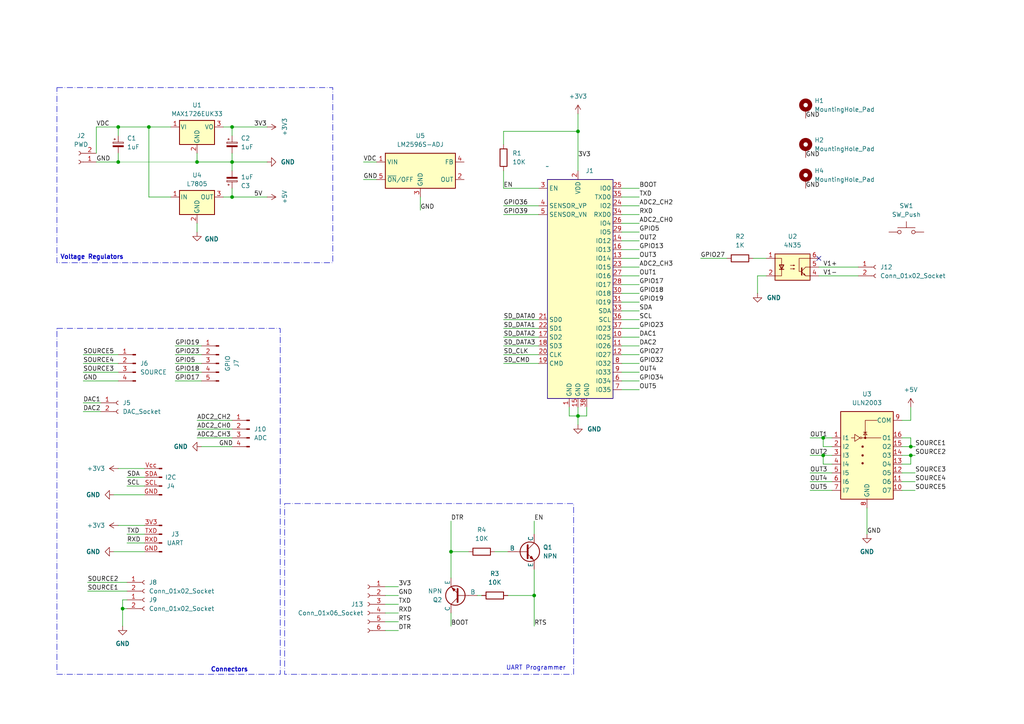
<source format=kicad_sch>
(kicad_sch (version 20231120) (generator "eeschema") (generator_version "8.0")
  (paper "A4")
  (lib_symbols
    (symbol "Alexander_Library_Symbols:Conn_I2C_01x04" (pin_names (offset 1.016) hide)
      (property "Reference" "J" (at 0 5.08 0))
      (property "Value" "I2C" (at 0 -7.62 0))
      (symbol "Conn_I2C_01x04_1_1"
        (polyline (pts (xy 1.27 -5.08) (xy 0.8636 -5.08)) (stroke (width 0.1524)))
        (polyline (pts (xy 1.27 -2.54) (xy 0.8636 -2.54)) (stroke (width 0.1524)))
        (polyline (pts (xy 1.27 0) (xy 0.8636 0)) (stroke (width 0.1524)))
        (polyline (pts (xy 1.27 2.54) (xy 0.8636 2.54)) (stroke (width 0.1524)))
        (rectangle (start 0.8636 -4.953) (end 0 -5.207) (stroke (width 0.1524)) (fill (type outline)))
        (rectangle (start 0.8636 -2.413) (end 0 -2.667) (stroke (width 0.1524)) (fill (type outline)))
        (rectangle (start 0.8636 0.127) (end 0 -0.127) (stroke (width 0.1524)) (fill (type outline)))
        (rectangle (start 0.8636 2.667) (end 0 2.413) (stroke (width 0.1524)) (fill (type outline)))
        (pin power_out line (at 5.08 -5.08 180) (length 3.81) (name "GND") (number "GND"))
        (pin bidirectional line (at 5.08 -2.54 180) (length 3.81) (name "SCL") (number "SCL"))
        (pin bidirectional line (at 5.08 0 180) (length 3.81) (name "SDA") (number "SDA"))
        (pin power_in line (at 5.08 2.54 180) (length 3.81) (name "VCC") (number "Vcc"))
      )
    )
    (symbol "Alexander_Library_Symbols:ESP32-WROOM-32D-SOCKET"
      (property "Reference" "J" (at 0 0 0))
      (symbol "ESP32-WROOM-32D-SOCKET_0_1"
        (rectangle (start 0 -3.81) (end 19.05 -67.31))
      )
      (symbol "ESP32-WROOM-32D-SOCKET_1_1"
        (pin power_out line (at 6.35 -69.85 90) (length 2.54) (name "GND") (number "1"))
        (pin bidirectional line (at 21.59 -49.53 180) (length 2.54) (name "IO25") (number "10"))
        (pin bidirectional line (at 21.59 -52.07 180) (length 2.54) (name "IO26") (number "11"))
        (pin bidirectional line (at 21.59 -54.61 180) (length 2.54) (name "IO27") (number "12"))
        (pin bidirectional line (at 21.59 -26.67 180) (length 2.54) (name "IO14") (number "13"))
        (pin bidirectional line (at 21.59 -21.59 180) (length 2.54) (name "IO12") (number "14"))
        (pin power_out line (at 8.89 -69.85 90) (length 2.54) (name "GND") (number "15"))
        (pin bidirectional line (at 21.59 -24.13 180) (length 2.54) (name "IO13") (number "16"))
        (pin input line (at -2.54 -49.53 0) (length 2.54) (name "SD2") (number "17"))
        (pin input line (at -2.54 -52.07 0) (length 2.54) (name "SD3") (number "18"))
        (pin input line (at -2.54 -57.15 0) (length 2.54) (name "CMD") (number "19"))
        (pin power_in line (at 8.89 -1.27 270) (length 2.54) (name "VDD") (number "2"))
        (pin input line (at -2.54 -54.61 0) (length 2.54) (name "CLK") (number "20"))
        (pin input line (at -2.54 -44.45 0) (length 2.54) (name "SD0") (number "21"))
        (pin input line (at -2.54 -46.99 0) (length 2.54) (name "SD1") (number "22"))
        (pin bidirectional line (at 21.59 -29.21 180) (length 2.54) (name "IO15") (number "23"))
        (pin bidirectional line (at 21.59 -11.43 180) (length 2.54) (name "IO2") (number "24"))
        (pin bidirectional line (at 21.59 -6.35 180) (length 2.54) (name "IO0") (number "25"))
        (pin bidirectional line (at 21.59 -16.51 180) (length 2.54) (name "IO4") (number "26"))
        (pin bidirectional line (at 21.59 -31.75 180) (length 2.54) (name "IO16") (number "27"))
        (pin bidirectional line (at 21.59 -34.29 180) (length 2.54) (name "IO17") (number "28"))
        (pin bidirectional line (at 21.59 -19.05 180) (length 2.54) (name "IO5") (number "29"))
        (pin input line (at -2.54 -6.35 0) (length 2.54) (name "EN") (number "3"))
        (pin bidirectional line (at 21.59 -36.83 180) (length 2.54) (name "IO18") (number "30"))
        (pin bidirectional line (at 21.59 -39.37 180) (length 2.54) (name "IO19") (number "31"))
        (pin bidirectional line (at 21.59 -41.91 180) (length 2.54) (name "SDA") (number "33"))
        (pin input line (at 21.59 -13.97 180) (length 2.54) (name "RXD0") (number "34"))
        (pin output line (at 21.59 -8.89 180) (length 2.54) (name "TXD0") (number "35"))
        (pin bidirectional line (at 21.59 -44.45 180) (length 2.54) (name "SCL") (number "36"))
        (pin bidirectional line (at 21.59 -46.99 180) (length 2.54) (name "IO23") (number "37"))
        (pin power_out line (at 11.43 -69.85 90) (length 2.54) (name "GND") (number "38"))
        (pin input line (at -2.54 -11.43 0) (length 2.54) (name "SENSOR_VP") (number "4"))
        (pin input line (at -2.54 -13.97 0) (length 2.54) (name "SENSOR_VN") (number "5"))
        (pin bidirectional line (at 21.59 -62.23 180) (length 2.54) (name "IO34") (number "6"))
        (pin bidirectional line (at 21.59 -64.77 180) (length 2.54) (name "IO35") (number "7"))
        (pin bidirectional line (at 21.59 -57.15 180) (length 2.54) (name "IO32") (number "8"))
        (pin bidirectional line (at 21.59 -59.69 180) (length 2.54) (name "IO33") (number "9"))
      )
    )
    (symbol "Conn_UART_1" (pin_names (offset 1.016) hide)
      (property "Reference" "J" (at 1.27 3.81 0))
      (property "Value" "UART" (at 2.54 -10.16 0))
      (symbol "Conn_UART_1_1_1"
        (polyline (pts (xy 1.27 -7.62) (xy 0.8636 -7.62)) (stroke (width 0.1524)))
        (polyline (pts (xy 1.27 -5.08) (xy 0.8636 -5.08)) (stroke (width 0.1524)))
        (polyline (pts (xy 1.27 -2.54) (xy 0.8636 -2.54)) (stroke (width 0.1524)))
        (polyline (pts (xy 1.27 0) (xy 0.8636 0)) (stroke (width 0.1524)))
        (rectangle (start 0.8636 -7.493) (end 0 -7.747) (stroke (width 0.1524)) (fill (type outline)))
        (rectangle (start 0.8636 -4.953) (end 0 -5.207) (stroke (width 0.1524)) (fill (type outline)))
        (rectangle (start 0.8636 -2.413) (end 0 -2.667) (stroke (width 0.1524)) (fill (type outline)))
        (rectangle (start 0.8636 0.127) (end 0 -0.127) (stroke (width 0.1524)) (fill (type outline)))
        (pin power_in line (at 5.08 0 180) (length 3.81) (name "3V3") (number "3V3"))
        (pin power_out line (at 5.08 -7.62 180) (length 3.81) (name "GND") (number "GND"))
        (pin input line (at 5.08 -5.08 180) (length 3.81) (name "RXD") (number "RXD"))
        (pin output line (at 5.08 -2.54 180) (length 3.81) (name "TXD") (number "TXD"))
      )
    )
    (symbol "Connector:Conn_01x02_Socket" (pin_names (offset 1.016) hide)
      (property "Reference" "J" (at 0 2.54 0))
      (property "Value" "Conn_01x02_Socket" (at 0 -5.08 0))
      (symbol "Conn_01x02_Socket_1_1"
        (arc (start 0 -2.032) (mid -0.5058 -2.54) (end 0 -3.048) (stroke (width 0.1524)))
        (polyline (pts (xy -1.27 -2.54) (xy -0.508 -2.54)) (stroke (width 0.1524)))
        (polyline (pts (xy -1.27 0) (xy -0.508 0)) (stroke (width 0.1524)))
        (arc (start 0 0.508) (mid -0.5058 0) (end 0 -0.508) (stroke (width 0.1524)))
        (pin passive line (at -5.08 0 0) (length 3.81) (name "Pin_1") (number "1"))
        (pin passive line (at -5.08 -2.54 0) (length 3.81) (name "Pin_2") (number "2"))
      )
    )
    (symbol "Connector:Conn_01x04_Pin" (pin_names (offset 1.016) hide)
      (property "Reference" "J" (at 0 5.08 0))
      (property "Value" "I2C" (at 0 -7.62 0))
      (symbol "Conn_01x04_Pin_1_1"
        (polyline (pts (xy 1.27 -5.08) (xy 0.8636 -5.08)) (stroke (width 0.1524)))
        (polyline (pts (xy 1.27 -2.54) (xy 0.8636 -2.54)) (stroke (width 0.1524)))
        (polyline (pts (xy 1.27 0) (xy 0.8636 0)) (stroke (width 0.1524)))
        (polyline (pts (xy 1.27 2.54) (xy 0.8636 2.54)) (stroke (width 0.1524)))
        (rectangle (start 0.8636 -4.953) (end 0 -5.207) (stroke (width 0.1524)) (fill (type outline)))
        (rectangle (start 0.8636 -2.413) (end 0 -2.667) (stroke (width 0.1524)) (fill (type outline)))
        (rectangle (start 0.8636 0.127) (end 0 -0.127) (stroke (width 0.1524)) (fill (type outline)))
        (rectangle (start 0.8636 2.667) (end 0 2.413) (stroke (width 0.1524)) (fill (type outline)))
        (pin passive line (at 5.08 2.54 180) (length 3.81) (name "Pin_1") (number "1"))
        (pin passive line (at 5.08 0 180) (length 3.81) (name "Pin_2") (number "2"))
        (pin passive line (at 5.08 -2.54 180) (length 3.81) (name "Pin_3") (number "3"))
        (pin passive line (at 5.08 -5.08 180) (length 3.81) (name "Pin_4") (number "4"))
      )
    )
    (symbol "Connector:Conn_01x05_Pin" (pin_names (offset 1.016) hide)
      (property "Reference" "J" (at 0 7.62 0))
      (property "Value" "Conn_01x05_Pin" (at 0 -7.62 0))
      (symbol "Conn_01x05_Pin_1_1"
        (polyline (pts (xy 1.27 -5.08) (xy 0.8636 -5.08)) (stroke (width 0.1524)))
        (polyline (pts (xy 1.27 -2.54) (xy 0.8636 -2.54)) (stroke (width 0.1524)))
        (polyline (pts (xy 1.27 0) (xy 0.8636 0)) (stroke (width 0.1524)))
        (polyline (pts (xy 1.27 2.54) (xy 0.8636 2.54)) (stroke (width 0.1524)))
        (polyline (pts (xy 1.27 5.08) (xy 0.8636 5.08)) (stroke (width 0.1524)))
        (rectangle (start 0.8636 -4.953) (end 0 -5.207) (stroke (width 0.1524)) (fill (type outline)))
        (rectangle (start 0.8636 -2.413) (end 0 -2.667) (stroke (width 0.1524)) (fill (type outline)))
        (rectangle (start 0.8636 0.127) (end 0 -0.127) (stroke (width 0.1524)) (fill (type outline)))
        (rectangle (start 0.8636 2.667) (end 0 2.413) (stroke (width 0.1524)) (fill (type outline)))
        (rectangle (start 0.8636 5.207) (end 0 4.953) (stroke (width 0.1524)) (fill (type outline)))
        (pin passive line (at 5.08 5.08 180) (length 3.81) (name "Pin_1") (number "1"))
        (pin passive line (at 5.08 2.54 180) (length 3.81) (name "Pin_2") (number "2"))
        (pin passive line (at 5.08 0 180) (length 3.81) (name "Pin_3") (number "3"))
        (pin passive line (at 5.08 -2.54 180) (length 3.81) (name "Pin_4") (number "4"))
        (pin passive line (at 5.08 -5.08 180) (length 3.81) (name "Pin_5") (number "5"))
      )
    )
    (symbol "Connector:Conn_01x06_Socket" (pin_names (offset 1.016) hide)
      (property "Reference" "J" (at 0 7.62 0))
      (property "Value" "Conn_01x06_Socket" (at 0 -10.16 0))
      (symbol "Conn_01x06_Socket_1_1"
        (arc (start 0 -7.112) (mid -0.5058 -7.62) (end 0 -8.128) (stroke (width 0.1524)))
        (arc (start 0 -4.572) (mid -0.5058 -5.08) (end 0 -5.588) (stroke (width 0.1524)))
        (arc (start 0 -2.032) (mid -0.5058 -2.54) (end 0 -3.048) (stroke (width 0.1524)))
        (polyline (pts (xy -1.27 -7.62) (xy -0.508 -7.62)) (stroke (width 0.1524)))
        (polyline (pts (xy -1.27 -5.08) (xy -0.508 -5.08)) (stroke (width 0.1524)))
        (polyline (pts (xy -1.27 -2.54) (xy -0.508 -2.54)) (stroke (width 0.1524)))
        (polyline (pts (xy -1.27 0) (xy -0.508 0)) (stroke (width 0.1524)))
        (polyline (pts (xy -1.27 2.54) (xy -0.508 2.54)) (stroke (width 0.1524)))
        (polyline (pts (xy -1.27 5.08) (xy -0.508 5.08)) (stroke (width 0.1524)))
        (arc (start 0 0.508) (mid -0.5058 0) (end 0 -0.508) (stroke (width 0.1524)))
        (arc (start 0 3.048) (mid -0.5058 2.54) (end 0 2.032) (stroke (width 0.1524)))
        (arc (start 0 5.588) (mid -0.5058 5.08) (end 0 4.572) (stroke (width 0.1524)))
        (pin passive line (at -5.08 5.08 0) (length 3.81) (name "Pin_1") (number "1"))
        (pin passive line (at -5.08 2.54 0) (length 3.81) (name "Pin_2") (number "2"))
        (pin passive line (at -5.08 0 0) (length 3.81) (name "Pin_3") (number "3"))
        (pin passive line (at -5.08 -2.54 0) (length 3.81) (name "Pin_4") (number "4"))
        (pin passive line (at -5.08 -5.08 0) (length 3.81) (name "Pin_5") (number "5"))
        (pin passive line (at -5.08 -7.62 0) (length 3.81) (name "Pin_6") (number "6"))
      )
    )
    (symbol "Device:C_Polarized_Small" (pin_numbers hide) (pin_names (offset 0.254) hide)
      (property "Reference" "C" (at 0.254 1.778 0))
      (property "Value" "C_Polarized_Small" (at 0.254 -2.032 0))
      (symbol "C_Polarized_Small_0_1"
        (rectangle (start -1.524 -0.3048) (end 1.524 -0.6858) (fill (type outline)))
        (rectangle (start -1.524 0.6858) (end 1.524 0.3048))
        (polyline (pts (xy -1.27 1.524) (xy -0.762 1.524)))
        (polyline (pts (xy -1.016 1.27) (xy -1.016 1.778)))
      )
      (symbol "C_Polarized_Small_1_1"
        (pin passive line (at 0 2.54 270) (length 1.8542) (name "~") (number "1"))
        (pin passive line (at 0 -2.54 90) (length 1.8542) (name "~") (number "2"))
      )
    )
    (symbol "Device:R" (pin_numbers hide) (pin_names (offset 0))
      (property "Reference" "R" (at 2.032 0 90))
      (property "Value" "R" (at 0 0 90))
      (symbol "R_0_1"
        (rectangle (start -1.016 -2.54) (end 1.016 2.54) (stroke (width 0.254)))
      )
      (symbol "R_1_1"
        (pin passive line (at 0 3.81 270) (length 1.27) (name "~") (number "1"))
        (pin passive line (at 0 -3.81 90) (length 1.27) (name "~") (number "2"))
      )
    )
    (symbol "GND_1" (power) (pin_numbers hide) (pin_names (offset 0) hide)
      (property "Value" "GND" (at 0 -3.81 0))
      (symbol "GND_1_0_1"
        (polyline (pts (xy 0 0) (xy 0 -1.27) (xy 1.27 -1.27) (xy 0 -2.54) (xy -1.27 -1.27) (xy 0 -1.27)))
      )
      (symbol "GND_1_1_1"
        (pin power_in line (at 0 0 270) (length 0) (name "~") (number "1"))
      )
    )
    (symbol "GND_2" (power) (pin_numbers hide) (pin_names (offset 0) hide)
      (property "Value" "GND" (at 0 -3.81 0))
      (symbol "GND_2_0_1"
        (polyline (pts (xy 0 0) (xy 0 -1.27) (xy 1.27 -1.27) (xy 0 -2.54) (xy -1.27 -1.27) (xy 0 -1.27)))
      )
      (symbol "GND_2_1_1"
        (pin power_in line (at 0 0 270) (length 0) (name "~") (number "1"))
      )
    )
    (symbol "Isolator:4N35" (pin_names (offset 1.016))
      (property "Reference" "U" (at -5.08 5.08 0))
      (property "Value" "4N35" (at 0 5.08 0))
      (symbol "4N35_0_1"
        (rectangle (start -5.08 3.81) (end 5.08 -3.81) (stroke (width 0.254)) (fill (type background)))
        (polyline (pts (xy -3.81 -0.635) (xy -2.54 -0.635)) (stroke (width 0.254)))
        (polyline (pts (xy 2.667 -1.397) (xy 3.81 -2.54)))
        (polyline (pts (xy 2.667 -1.143) (xy 3.81 0)))
        (polyline (pts (xy 3.81 -2.54) (xy 5.08 -2.54)))
        (polyline (pts (xy 3.81 0) (xy 5.08 0)))
        (polyline (pts (xy 2.667 -0.254) (xy 2.667 -2.286) (xy 2.667 -2.286)) (stroke (width 0.3556)))
        (polyline (pts (xy -5.08 -2.54) (xy -3.175 -2.54) (xy -3.175 2.54) (xy -5.08 2.54)))
        (polyline (pts (xy -3.175 -0.635) (xy -3.81 0.635) (xy -2.54 0.635) (xy -3.175 -0.635)) (stroke (width 0.254)))
        (polyline (pts (xy 3.683 -2.413) (xy 3.429 -1.905) (xy 3.175 -2.159) (xy 3.683 -2.413)))
        (polyline (pts (xy 5.08 2.54) (xy 1.905 2.54) (xy 1.905 -1.27) (xy 2.54 -1.27)))
        (polyline (pts (xy -0.635 -0.508) (xy 0.635 -0.508) (xy 0.254 -0.635) (xy 0.254 -0.381) (xy 0.635 -0.508)))
        (polyline (pts (xy -0.635 0.508) (xy 0.635 0.508) (xy 0.254 0.381) (xy 0.254 0.635) (xy 0.635 0.508)))
      )
      (symbol "4N35_1_1"
        (pin passive line (at -7.62 2.54 0) (length 2.54) (name "~") (number "1"))
        (pin passive line (at -7.62 -2.54 0) (length 2.54) (name "~") (number "2"))
        (pin no_connect line (at -5.08 0 0) (length 2.54) hide (name "NC") (number "3"))
        (pin passive line (at 7.62 -2.54 180) (length 2.54) (name "~") (number "4"))
        (pin passive line (at 7.62 0 180) (length 2.54) (name "~") (number "5"))
        (pin passive line (at 7.62 2.54 180) (length 2.54) (name "~") (number "6"))
      )
    )
    (symbol "Mechanical:MountingHole_Pad" (pin_numbers hide) (pin_names (offset 1.016) hide)
      (property "Reference" "H" (at 0 6.35 0))
      (property "Value" "MountingHole_Pad" (at 0 4.445 0))
      (symbol "MountingHole_Pad_0_1"
        (circle (center 0 1.27) (radius 1.27) (stroke (width 1.27)))
      )
      (symbol "MountingHole_Pad_1_1"
        (pin input line (at 0 -2.54 90) (length 2.54) (name "1") (number "1"))
      )
    )
    (symbol "Regulator_Linear:L7805" (pin_names (offset 0.254))
      (property "Reference" "U4" (at 0 6.35 0))
      (property "Value" "L7805" (at 0 3.81 0))
      (symbol "L7805_0_1"
        (rectangle (start -5.08 1.905) (end 5.08 -5.08) (stroke (width 0.254)) (fill (type background)))
      )
      (symbol "L7805_1_1"
        (pin power_in line (at -7.62 0 0) (length 2.54) (name "IN") (number "1"))
        (pin power_in line (at 0 -7.62 90) (length 2.54) (name "GND") (number "2"))
        (pin power_out line (at 7.62 0 180) (length 2.54) (name "OUT") (number "3"))
      )
    )
    (symbol "Regulator_Linear:LM78M05_TO220" (pin_names (offset 0.254))
      (property "Reference" "U" (at -3.81 3.175 0))
      (property "Value" "LM78M05_TO220" (at 0 3.175 0))
      (symbol "LM78M05_TO220_0_1"
        (rectangle (start -5.08 1.905) (end 5.08 -5.08) (stroke (width 0.254)) (fill (type background)))
      )
      (symbol "LM78M05_TO220_1_1"
        (pin power_in line (at -7.62 0 0) (length 2.54) (name "VI") (number "1"))
        (pin power_in line (at 0 -7.62 90) (length 2.54) (name "GND") (number "2"))
        (pin power_out line (at 7.62 0 180) (length 2.54) (name "VO") (number "3"))
      )
    )
    (symbol "Regulator_Switching:LM2596S-ADJ"
      (property "Reference" "U" (at -10.16 6.35 0))
      (property "Value" "LM2596S-ADJ" (at 0 6.35 0))
      (symbol "LM2596S-ADJ_0_1"
        (rectangle (start -10.16 5.08) (end 10.16 -5.08) (stroke (width 0.254)) (fill (type background)))
      )
      (symbol "LM2596S-ADJ_1_1"
        (pin power_in line (at -12.7 2.54 0) (length 2.54) (name "VIN") (number "1"))
        (pin output line (at 12.7 -2.54 180) (length 2.54) (name "OUT") (number "2"))
        (pin power_in line (at 0 -7.62 90) (length 2.54) (name "GND") (number "3"))
        (pin input line (at 12.7 2.54 180) (length 2.54) (name "FB") (number "4"))
        (pin input line (at -12.7 -2.54 0) (length 2.54) (name "~{ON}/OFF") (number "5"))
      )
    )
    (symbol "Simulation_SPICE:NPN" (pin_numbers hide) (pin_names (offset 0))
      (property "Reference" "Q" (at -2.54 7.62 0))
      (property "Value" "NPN" (at -2.54 5.08 0))
      (symbol "NPN_0_1"
        (polyline (pts (xy -2.54 0) (xy 0.635 0)) (stroke (width 0.1524)))
        (polyline (pts (xy 0.635 0.635) (xy 2.54 2.54)))
        (polyline (pts (xy 2.794 -1.27) (xy 2.794 -1.27)) (stroke (width 0.1524)))
        (polyline (pts (xy 2.794 -1.27) (xy 2.794 -1.27)) (stroke (width 0.1524)))
        (polyline (pts (xy 0.635 -0.635) (xy 2.54 -2.54) (xy 2.54 -2.54)))
        (polyline (pts (xy 0.635 1.905) (xy 0.635 -1.905) (xy 0.635 -1.905)) (stroke (width 0.508)))
        (polyline (pts (xy 1.27 -1.778) (xy 1.778 -1.27) (xy 2.286 -2.286) (xy 1.27 -1.778) (xy 1.27 -1.778)) (fill (type outline)))
        (circle (center 1.27 0) (radius 2.8194) (stroke (width 0.254)))
      )
      (symbol "NPN_1_1"
        (pin open_collector line (at 2.54 5.08 270) (length 2.54) (name "C") (number "1"))
        (pin input line (at -5.08 0 0) (length 2.54) (name "B") (number "2"))
        (pin open_emitter line (at 2.54 -5.08 90) (length 2.54) (name "E") (number "3"))
      )
    )
    (symbol "Switch:SW_Push" (pin_numbers hide) (pin_names (offset 1.016) hide)
      (property "Reference" "SW" (at 1.27 2.54 0))
      (property "Value" "SW_Push" (at 0 -1.524 0))
      (symbol "SW_Push_0_1"
        (circle (center -2.032 0) (radius 0.508))
        (polyline (pts (xy 0 1.27) (xy 0 3.048)))
        (polyline (pts (xy 2.54 1.27) (xy -2.54 1.27)))
        (circle (center 2.032 0) (radius 0.508))
        (pin passive line (at -5.08 0 0) (length 2.54) (name "1") (number "1"))
        (pin passive line (at 5.08 0 180) (length 2.54) (name "2") (number "2"))
      )
    )
    (symbol "Transistor_Array:ULN2003"
      (property "Reference" "U" (at 0 15.875 0))
      (property "Value" "ULN2003" (at 0 13.97 0))
      (symbol "ULN2003_0_1"
        (rectangle (start -7.62 -12.7) (end 7.62 12.7) (stroke (width 0.254)) (fill (type background)))
        (circle (center -1.778 5.08) (radius 0.254))
        (circle (center -1.27 -2.286) (radius 0.254) (fill (type outline)))
        (circle (center -1.27 0) (radius 0.254) (fill (type outline)))
        (circle (center -1.27 2.54) (radius 0.254) (fill (type outline)))
        (circle (center -0.508 5.08) (radius 0.254) (fill (type outline)))
        (polyline (pts (xy -4.572 5.08) (xy -3.556 5.08)))
        (polyline (pts (xy -1.524 5.08) (xy 4.064 5.08)))
        (polyline (pts (xy 0 6.731) (xy -1.016 6.731)))
        (polyline (pts (xy -0.508 5.08) (xy -0.508 10.16) (xy 2.921 10.16)))
        (polyline (pts (xy -3.556 6.096) (xy -3.556 4.064) (xy -2.032 5.08) (xy -3.556 6.096)))
        (polyline (pts (xy 0 5.969) (xy -1.016 5.969) (xy -0.508 6.731) (xy 0 5.969)))
      )
      (symbol "ULN2003_1_1"
        (pin input line (at -10.16 5.08 0) (length 2.54) (name "I1") (number "1"))
        (pin open_collector line (at 10.16 -10.16 180) (length 2.54) (name "O7") (number "10"))
        (pin open_collector line (at 10.16 -7.62 180) (length 2.54) (name "O6") (number "11"))
        (pin open_collector line (at 10.16 -5.08 180) (length 2.54) (name "O5") (number "12"))
        (pin open_collector line (at 10.16 -2.54 180) (length 2.54) (name "O4") (number "13"))
        (pin open_collector line (at 10.16 0 180) (length 2.54) (name "O3") (number "14"))
        (pin open_collector line (at 10.16 2.54 180) (length 2.54) (name "O2") (number "15"))
        (pin open_collector line (at 10.16 5.08 180) (length 2.54) (name "O1") (number "16"))
        (pin input line (at -10.16 2.54 0) (length 2.54) (name "I2") (number "2"))
        (pin input line (at -10.16 0 0) (length 2.54) (name "I3") (number "3"))
        (pin input line (at -10.16 -2.54 0) (length 2.54) (name "I4") (number "4"))
        (pin input line (at -10.16 -5.08 0) (length 2.54) (name "I5") (number "5"))
        (pin input line (at -10.16 -7.62 0) (length 2.54) (name "I6") (number "6"))
        (pin input line (at -10.16 -10.16 0) (length 2.54) (name "I7") (number "7"))
        (pin power_in line (at 0 -15.24 90) (length 2.54) (name "GND") (number "8"))
        (pin passive line (at 10.16 10.16 180) (length 2.54) (name "COM") (number "9"))
      )
    )
    (symbol "power:+3V3" (power) (pin_names (offset 0))
      (property "Value" "+3V3" (at 0 3.556 0))
      (symbol "+3V3_0_1"
        (polyline (pts (xy -0.762 1.27) (xy 0 2.54)))
        (polyline (pts (xy 0 0) (xy 0 2.54)))
        (polyline (pts (xy 0 2.54) (xy 0.762 1.27)))
      )
      (symbol "+3V3_1_1"
        (pin power_in line (at 0 0 90) (length 0) hide (name "+3V3") (number "1"))
      )
    )
    (symbol "power:+5V" (power) (pin_names (offset 0))
      (property "Value" "+5V" (at 0 3.556 0))
      (symbol "+5V_0_1"
        (polyline (pts (xy -0.762 1.27) (xy 0 2.54)))
        (polyline (pts (xy 0 0) (xy 0 2.54)))
        (polyline (pts (xy 0 2.54) (xy 0.762 1.27)))
      )
      (symbol "+5V_1_1"
        (pin power_in line (at 0 0 90) (length 0) hide (name "+5V") (number "1"))
      )
    )
    (symbol "power:GND" (power) (pin_names (offset 0))
      (property "Value" "GND" (at 0 -3.81 0))
      (symbol "GND_0_1"
        (polyline (pts (xy 0 0) (xy 0 -1.27) (xy 1.27 -1.27) (xy 0 -2.54) (xy -1.27 -1.27) (xy 0 -1.27)))
      )
      (symbol "GND_1_1"
        (pin power_in line (at 0 0 270) (length 0) hide (name "GND") (number "1"))
      )
    )
  )
  (junction (at 57.15 46.99))
  (junction (at 67.31 46.99))
  (junction (at 34.29 46.99))
  (junction (at 167.64 38.1))
  (junction (at 264.16 129.54))
  (junction (at 67.31 57.15))
  (junction (at 238.76 132.08))
  (junction (at 130.81 160.02))
  (junction (at 167.64 120.65))
  (junction (at 43.18 36.83))
  (junction (at 154.94 172.72))
  (junction (at 264.16 132.08))
  (junction (at 67.31 36.83))
  (junction (at 34.29 36.83))
  (junction (at 238.76 127))
  (junction (at 35.56 176.53))
  (no_connect (at 237.49 74.93))
  (wire (pts (xy 57.15 64.77) (xy 57.15 67.31)))
  (wire (pts (xy 146.05 102.87) (xy 156.21 102.87)))
  (wire (pts (xy 35.56 173.99) (xy 35.56 176.53)))
  (wire (pts (xy 36.83 140.97) (xy 41.91 140.97)))
  (wire (pts (xy 111.76 180.34) (xy 115.57 180.34)))
  (wire (pts (xy 25.4 168.91) (xy 36.83 168.91)))
  (wire (pts (xy 130.81 160.02) (xy 135.89 160.02)))
  (wire (pts (xy 146.05 100.33) (xy 156.21 100.33)))
  (wire (pts (xy 49.53 57.15) (xy 43.18 57.15)))
  (wire (pts (xy 36.83 154.94) (xy 41.91 154.94)))
  (wire (pts (xy 180.34 90.17) (xy 185.42 90.17)))
  (wire (pts (xy 154.94 151.13) (xy 154.94 154.94)))
  (wire (pts (xy 167.64 33.02) (xy 167.64 38.1)))
  (wire (pts (xy 34.29 135.89) (xy 41.91 135.89)))
  (wire (pts (xy 180.34 97.79) (xy 185.42 97.79)))
  (wire (pts (xy 143.51 160.02) (xy 147.32 160.02)))
  (wire (pts (xy 57.15 44.45) (xy 57.15 46.99)))
  (wire (pts (xy 67.31 124.46) (xy 57.15 124.46)))
  (wire (pts (xy 34.29 107.95) (xy 24.13 107.95)))
  (wire (pts (xy 234.95 137.16) (xy 241.3 137.16)))
  (wire (pts (xy 170.18 120.65) (xy 167.64 120.65)))
  (wire (pts (xy 58.42 102.87) (xy 50.8 102.87)))
  (wire (pts (xy 67.31 44.45) (xy 67.31 46.99)))
  (wire (pts (xy 241.3 134.62) (xy 238.76 134.62)))
  (wire (pts (xy 34.29 102.87) (xy 24.13 102.87)))
  (wire (pts (xy 58.42 129.54) (xy 67.31 129.54)))
  (wire (pts (xy 264.16 121.92) (xy 261.62 121.92)))
  (wire (pts (xy 58.42 105.41) (xy 50.8 105.41)))
  (wire (pts (xy 121.92 57.15) (xy 121.92 60.96)))
  (wire (pts (xy 180.34 67.31) (xy 185.42 67.31)))
  (wire (pts (xy 180.34 80.01) (xy 185.42 80.01)))
  (wire (pts (xy 180.34 113.03) (xy 185.42 113.03)))
  (wire (pts (xy 234.95 139.7) (xy 241.3 139.7)))
  (wire (pts (xy 156.21 54.61) (xy 146.05 54.61)))
  (wire (pts (xy 111.76 182.88) (xy 115.57 182.88)))
  (wire (pts (xy 165.1 118.11) (xy 165.1 120.65)))
  (wire (pts (xy 43.18 36.83) (xy 49.53 36.83)))
  (wire (pts (xy 24.13 116.84) (xy 29.21 116.84)))
  (wire (pts (xy 146.05 62.23) (xy 156.21 62.23)))
  (wire (pts (xy 146.05 38.1) (xy 146.05 41.91)))
  (wire (pts (xy 105.41 52.07) (xy 109.22 52.07)))
  (wire (pts (xy 35.56 176.53) (xy 36.83 176.53)))
  (wire (pts (xy 165.1 120.65) (xy 167.64 120.65)))
  (wire (pts (xy 34.29 152.4) (xy 41.91 152.4)))
  (wire (pts (xy 34.29 36.83) (xy 34.29 39.37)))
  (wire (pts (xy 261.62 139.7) (xy 265.43 139.7)))
  (wire (pts (xy 34.29 44.45) (xy 34.29 46.99)))
  (wire (pts (xy 167.64 120.65) (xy 167.64 123.19)))
  (wire (pts (xy 146.05 95.25) (xy 156.21 95.25)))
  (wire (pts (xy 264.16 118.11) (xy 264.16 121.92)))
  (wire (pts (xy 25.4 171.45) (xy 36.83 171.45)))
  (wire (pts (xy 261.62 132.08) (xy 264.16 132.08)))
  (wire (pts (xy 146.05 92.71) (xy 156.21 92.71)))
  (wire (pts (xy 237.49 80.01) (xy 248.92 80.01)))
  (wire (pts (xy 24.13 110.49) (xy 34.29 110.49)))
  (wire (pts (xy 180.34 82.55) (xy 185.42 82.55)))
  (wire (pts (xy 43.18 36.83) (xy 43.18 57.15)))
  (wire (pts (xy 218.44 74.93) (xy 222.25 74.93)))
  (wire (pts (xy 36.83 173.99) (xy 35.56 173.99)))
  (wire (pts (xy 67.31 57.15) (xy 77.47 57.15)))
  (wire (pts (xy 67.31 46.99) (xy 77.47 46.99)))
  (wire (pts (xy 180.34 72.39) (xy 185.42 72.39)))
  (wire (pts (xy 180.34 57.15) (xy 185.42 57.15)))
  (wire (pts (xy 154.94 165.1) (xy 154.94 172.72)))
  (wire (pts (xy 264.16 129.54) (xy 264.16 127)))
  (wire (pts (xy 64.77 57.15) (xy 67.31 57.15)))
  (wire (pts (xy 241.3 132.08) (xy 238.76 132.08)))
  (wire (pts (xy 41.91 143.51) (xy 33.02 143.51)))
  (wire (pts (xy 261.62 129.54) (xy 264.16 129.54)))
  (wire (pts (xy 180.34 105.41) (xy 185.42 105.41)))
  (wire (pts (xy 36.83 157.48) (xy 41.91 157.48)))
  (wire (pts (xy 180.34 87.63) (xy 185.42 87.63)))
  (wire (pts (xy 234.95 142.24) (xy 241.3 142.24)))
  (wire (pts (xy 146.05 38.1) (xy 167.64 38.1)))
  (wire (pts (xy 67.31 46.99) (xy 67.31 49.53)))
  (wire (pts (xy 64.77 36.83) (xy 67.31 36.83)))
  (wire (pts (xy 58.42 107.95) (xy 50.8 107.95)))
  (wire (pts (xy 251.46 147.32) (xy 251.46 154.94)))
  (wire (pts (xy 105.41 46.99) (xy 109.22 46.99)))
  (wire (pts (xy 264.16 132.08) (xy 265.43 132.08)))
  (wire (pts (xy 111.76 175.26) (xy 115.57 175.26)))
  (wire (pts (xy 180.34 102.87) (xy 185.42 102.87)))
  (wire (pts (xy 57.15 46.99) (xy 67.31 46.99)))
  (wire (pts (xy 154.94 172.72) (xy 154.94 181.61)))
  (wire (pts (xy 180.34 95.25) (xy 185.42 95.25)))
  (wire (pts (xy 180.34 62.23) (xy 185.42 62.23)))
  (wire (pts (xy 111.76 177.8) (xy 115.57 177.8)))
  (wire (pts (xy 237.49 77.47) (xy 248.92 77.47)))
  (wire (pts (xy 261.62 127) (xy 264.16 127)))
  (wire (pts (xy 146.05 105.41) (xy 156.21 105.41)))
  (wire (pts (xy 67.31 39.37) (xy 67.31 36.83)))
  (wire (pts (xy 27.94 36.83) (xy 34.29 36.83)))
  (wire (pts (xy 180.34 69.85) (xy 185.42 69.85)))
  (wire (pts (xy 264.16 129.54) (xy 265.43 129.54)))
  (wire (pts (xy 154.94 172.72) (xy 147.32 172.72)))
  (wire (pts (xy 180.34 77.47) (xy 185.42 77.47)))
  (wire (pts (xy 130.81 151.13) (xy 130.81 160.02)))
  (wire (pts (xy 180.34 64.77) (xy 185.42 64.77)))
  (wire (pts (xy 146.05 59.69) (xy 156.21 59.69)))
  (wire (pts (xy 41.91 160.02) (xy 33.02 160.02)))
  (wire (pts (xy 203.2 74.93) (xy 210.82 74.93)))
  (wire (pts (xy 261.62 134.62) (xy 264.16 134.62)))
  (wire (pts (xy 67.31 54.61) (xy 67.31 57.15)))
  (wire (pts (xy 264.16 134.62) (xy 264.16 132.08)))
  (wire (pts (xy 167.64 38.1) (xy 167.64 49.53)))
  (wire (pts (xy 180.34 100.33) (xy 185.42 100.33)))
  (wire (pts (xy 138.43 172.72) (xy 139.7 172.72)))
  (wire (pts (xy 238.76 134.62) (xy 238.76 132.08)))
  (wire (pts (xy 219.71 85.09) (xy 219.71 80.01)))
  (wire (pts (xy 180.34 59.69) (xy 185.42 59.69)))
  (wire (pts (xy 180.34 85.09) (xy 185.42 85.09)))
  (wire (pts (xy 24.13 119.38) (xy 29.21 119.38)))
  (wire (pts (xy 35.56 176.53) (xy 35.56 181.61)))
  (wire (pts (xy 238.76 129.54) (xy 238.76 127)))
  (wire (pts (xy 130.81 177.8) (xy 130.81 181.61)))
  (wire (pts (xy 234.95 132.08) (xy 238.76 132.08)))
  (wire (pts (xy 180.34 110.49) (xy 185.42 110.49)))
  (wire (pts (xy 111.76 172.72) (xy 115.57 172.72)))
  (wire (pts (xy 241.3 127) (xy 238.76 127)))
  (wire (pts (xy 170.18 118.11) (xy 170.18 120.65)))
  (wire (pts (xy 261.62 137.16) (xy 265.43 137.16)))
  (wire (pts (xy 67.31 121.92) (xy 57.15 121.92)))
  (wire (pts (xy 234.95 127) (xy 238.76 127)))
  (wire (pts (xy 58.42 110.49) (xy 50.8 110.49)))
  (wire (pts (xy 36.83 138.43) (xy 41.91 138.43)))
  (wire (pts (xy 34.29 36.83) (xy 43.18 36.83)))
  (wire (pts (xy 111.76 170.18) (xy 115.57 170.18)))
  (wire (pts (xy 180.34 54.61) (xy 185.42 54.61)))
  (wire (pts (xy 146.05 97.79) (xy 156.21 97.79)))
  (wire (pts (xy 130.81 160.02) (xy 130.81 167.64)))
  (wire (pts (xy 146.05 49.53) (xy 146.05 54.61)))
  (wire (pts (xy 180.34 92.71) (xy 185.42 92.71)))
  (wire (pts (xy 58.42 100.33) (xy 50.8 100.33)))
  (wire (pts (xy 261.62 142.24) (xy 265.43 142.24)))
  (wire (pts (xy 67.31 36.83) (xy 77.47 36.83)))
  (wire (pts (xy 27.94 46.99) (xy 34.29 46.99)))
  (wire (pts (xy 34.29 105.41) (xy 24.13 105.41)))
  (wire (pts (xy 219.71 80.01) (xy 222.25 80.01)))
  (wire (pts (xy 241.3 129.54) (xy 238.76 129.54)))
  (wire (pts (xy 180.34 74.93) (xy 185.42 74.93)))
  (wire (pts (xy 167.64 118.11) (xy 167.64 120.65)))
  (wire (pts (xy 180.34 107.95) (xy 185.42 107.95)))
  (wire (pts (xy 67.31 127) (xy 57.15 127)))
  (wire (pts (xy 34.29 46.99) (xy 57.15 46.99)) (stroke (width 0.0254)))
  (wire (pts (xy 27.94 36.83) (xy 27.94 44.45)))
  (rectangle (start 82.55 146.05) (end 166.37 195.58) (stroke (width 0) (type dash_dot)))
  (rectangle (start 16.51 95.25) (end 81.28 195.58) (stroke (width 0) (type dash_dot)))
  (rectangle (start 158.75 52.07) (end 177.8 115.57) (fill (type color) (color 255 255 194 1)))
  (rectangle (start 16.51 25.4) (end 96.52 76.2) (stroke (width 0) (type dash_dot)))
  (text "Voltage Regulators" (at 26.67 73.914 0) (effects (font (size 1.27 1.27) (thickness 0.254) (bold yes)) (justify top)))
  (text "UART Programmer" (at 155.448 193.802 0) (effects (font (size 1.27 1.27))))
  (text "Connectors\n" (at 66.548 194.31 0) (effects (font (size 1.27 1.27) (thickness 0.254) (bold yes))))
  (label "SOURCE5" (at 265.43 142.24 0))
  (label "GND" (at 233.68 34.29 0))
  (label "GND" (at 24.13 110.49 0))
  (label "SOURCE5" (at 24.13 102.87 0))
  (label "OUT5" (at 234.95 142.24 0))
  (label "SOURCE4" (at 24.13 105.41 0))
  (label "SD_DATA1" (at 146.05 95.25 0))
  (label "SOURCE1" (at 25.4 171.45 0))
  (label "TXD" (at 115.57 175.26 0))
  (label "GPIO27" (at 185.42 102.87 0))
  (label "GPIO5" (at 185.42 67.31 0))
  (label "SOURCE3" (at 24.13 107.95 0))
  (label "RTS" (at 154.94 181.61 0))
  (label "ADC2_CH2" (at 185.42 59.69 0))
  (label "OUT1" (at 185.42 80.01 0))
  (label "GND" (at 105.41 52.07 0))
  (label "OUT2" (at 185.42 69.85 0))
  (label "3V3" (at 115.57 170.18 0))
  (label "SD_DATA0" (at 146.05 92.71 0))
  (label "EN" (at 154.94 151.13 0))
  (label "GPIO23" (at 185.42 95.25 0))
  (label "VDC" (at 27.94 36.83 0))
  (label "GPIO13" (at 185.42 72.39 0))
  (label "SD_CLK" (at 146.05 102.87 0))
  (label "DAC2" (at 24.13 119.38 0))
  (label "TXD" (at 185.42 57.15 0))
  (label "OUT2" (at 234.95 132.08 0))
  (label "ADC2_CH2" (at 57.15 121.92 0))
  (label "SDA" (at 185.42 90.17 0))
  (label "GND" (at 121.92 60.96 0))
  (label "SD_CMD" (at 146.05 105.41 0))
  (label "ADC2_CH0" (at 57.15 124.46 0))
  (label "SD_DATA3" (at 146.05 100.33 0))
  (label "GPIO17" (at 185.42 82.55 0))
  (label "GPIO23" (at 50.8 102.87 0))
  (label "GPIO5" (at 50.8 105.41 0))
  (label "DTR" (at 130.81 151.13 0))
  (label "SD_DATA2" (at 146.05 97.79 0))
  (label "GPIO34" (at 185.42 110.49 0))
  (label "OUT3" (at 185.42 74.93 0))
  (label "GND" (at 63.5 129.54 0))
  (label "RTS" (at 115.57 180.34 0))
  (label "SCL" (at 185.42 92.71 0))
  (label "GPIO18" (at 185.42 85.09 0))
  (label "V1-" (at 238.76 80.01 0))
  (label "BOOT" (at 130.81 181.61 0))
  (label "RXD" (at 36.83 157.48 0))
  (label "VDC" (at 105.41 46.99 0))
  (label "GPIO27" (at 203.2 74.93 0))
  (label "SCL" (at 36.83 140.97 0))
  (label "GND" (at 115.57 172.72 0))
  (label "OUT4" (at 185.42 107.95 0))
  (label "3V3" (at 167.64 45.72 0))
  (label "ADC2_CH3" (at 185.42 77.47 0))
  (label "OUT5" (at 185.42 113.03 0))
  (label "GPIO39" (at 146.05 62.23 0))
  (label "SOURCE1" (at 265.43 129.54 0))
  (label "OUT3" (at 234.95 137.16 0))
  (label "GND" (at 233.68 45.72 0))
  (label "GPIO17" (at 50.8 110.49 0))
  (label "GPIO18" (at 50.8 107.95 0))
  (label "SOURCE2" (at 265.43 132.08 0))
  (label "BOOT" (at 185.42 54.61 0))
  (label "RXD" (at 115.57 177.8 0))
  (label "SOURCE3" (at 265.43 137.16 0))
  (label "OUT4" (at 234.95 139.7 0))
  (label "DTR" (at 115.57 182.88 0))
  (label "ADC2_CH0" (at 185.42 64.77 0))
  (label "5V" (at 73.66 57.15 0))
  (label "ADC2_CH3" (at 57.15 127 0))
  (label "GND" (at 233.68 54.61 0))
  (label "GPIO32" (at 185.42 105.41 0))
  (label "DAC2" (at 185.42 100.33 0))
  (label "DAC1" (at 185.42 97.79 0))
  (label "3V3" (at 73.66 36.83 0))
  (label "SDA" (at 36.83 138.43 0))
  (label "GPIO19" (at 50.8 100.33 0))
  (label "OUT1" (at 234.95 127 0))
  (label "GPIO36" (at 146.05 59.69 0))
  (label "GPIO19" (at 185.42 87.63 0))
  (label "GND" (at 27.94 46.99 0))
  (label "V1+" (at 238.76 77.47 0))
  (label "DAC1" (at 24.13 116.84 0))
  (label "EN" (at 146.05 54.61 0))
  (label "GND" (at 251.46 154.94 0))
  (label "SOURCE4" (at 265.43 139.7 0))
  (label "TXD" (at 36.83 154.94 0))
  (label "SOURCE2" (at 25.4 168.91 0))
  (label "RXD" (at 185.42 62.23 0))
  (symbol (lib_id "Connector:Conn_01x02_Socket") (at 34.29 116.84 0) (unit 1)
    (property "Reference" "J5" (at 35.56 116.84 0) (effects (justify left)))
    (property "Value" "DAC_Socket" (at 35.56 119.38 0) (effects (justify left)))
    (property "Footprint" "Connector_PinSocket_2.54mm:PinSocket_1x02_P2.54mm_Vertical" (effects (hide yes)))
  )
  (symbol (lib_id "power:GND") (at 77.47 46.99 90) (unit 1)
    (property "Reference" "#PWR03" (effects (hide yes)))
    (property "Value" "GND" (at 81.28 46.99 90) (effects (font (bold yes)) (justify right)))
  )
  (symbol (lib_id "Device:R") (at 143.51 172.72 270) (unit 1) (on_board no)
    (property "Reference" "R3" (at 143.51 166.37 90))
    (property "Value" "10K" (at 143.51 168.91 90))
    (property "Footprint" "Resistor_SMD:R_1210_3225Metric_Pad1.30x2.65mm_HandSolder" (effects (hide yes)))
    (property "Description" "Resistor" (effects (hide yes)))
  )
  (symbol (lib_id "Connector:Conn_01x04_Pin") (at 72.39 124.46 0) (mirror y) (unit 1)
    (property "Reference" "J10" (at 73.66 124.4599 0) (effects (justify right)))
    (property "Value" "ADC" (at 73.66 126.9999 0) (effects (justify right)))
    (property "Footprint" "Connector_PinSocket_2.54mm:PinSocket_1x04_P2.54mm_Vertical" (effects (hide yes)))
  )
  (symbol (lib_id "power:+3V3") (at 34.29 152.4 90) (unit 1)
    (property "Reference" "#PWR06" (effects (hide yes)))
    (property "Value" "+3V3" (at 30.48 152.3999 90) (effects (justify left)))
  )
  (symbol (lib_id "power:+3V3") (at 34.29 135.89 90) (unit 1)
    (property "Reference" "#PWR08" (effects (hide yes)))
    (property "Value" "+3V3" (at 30.48 135.89 90) (effects (justify left)))
  )
  (symbol (lib_id "power:GND") (at 58.42 129.54 270) (unit 1)
    (property "Reference" "#PWR015" (effects (hide yes)))
    (property "Value" "GND" (at 54.61 129.54 90) (effects (font (bold yes)) (justify right)))
  )
  (symbol (lib_id "power:+5V") (at 264.16 118.11 0) (unit 1)
    (property "Reference" "#PWR012" (effects (hide yes)))
    (property "Value" "+5V" (at 264.16 113.03 0))
  )
  (symbol (lib_id "Transistor_Array:ULN2003") (at 251.46 132.08 0) (unit 1)
    (property "Reference" "U3" (at 251.46 114.3 0))
    (property "Value" "ULN2003" (at 251.46 116.84 0))
    (property "Footprint" "Package_DIP:DIP-16_W7.62mm" (effects (hide yes)))
    (property "Datasheet" "http://www.ti.com/lit/ds/symlink/uln2003a.pdf" (effects (hide yes)))
  )
  (symbol (lib_id "Device:R") (at 139.7 160.02 270) (unit 1) (on_board no)
    (property "Reference" "R4" (at 139.7 153.67 90))
    (property "Value" "10K" (at 139.7 156.21 90))
    (property "Footprint" "Resistor_SMD:R_1210_3225Metric_Pad1.30x2.65mm_HandSolder" (effects (hide yes)))
    (property "Description" "Resistor" (effects (hide yes)))
  )
  (symbol (lib_name "Conn_UART_1") (lib_id "Alexander_Library_Symbols:Conn_UART") (at 46.99 152.4 0) (mirror y) (unit 1)
    (property "Reference" "J3" (at 50.8 154.94 0))
    (property "Value" "UART" (at 50.8 157.48 0))
    (property "Footprint" "Alexander Footprints Library:Conn_UART" (effects (hide yes)))
  )
  (symbol (lib_id "Device:C_Polarized_Small") (at 67.31 52.07 0) (mirror x) (unit 1)
    (property "Reference" "C3" (at 69.85 53.8861 0) (effects (justify left)))
    (property "Value" "1uF" (at 69.85 51.3461 0) (effects (justify left)))
    (property "Footprint" "Capacitor_THT:CP_Radial_D4.0mm_P2.00mm" (effects (hide yes)))
  )
  (symbol (lib_id "Device:C_Polarized_Small") (at 34.29 41.91 0) (unit 1)
    (property "Reference" "C1" (at 36.83 40.0939 0) (effects (justify left)))
    (property "Value" "1uF" (at 36.83 42.6339 0) (effects (justify left)))
    (property "Footprint" "Capacitor_THT:CP_Radial_D4.0mm_P2.00mm" (effects (hide yes)))
  )
  (symbol (lib_id "Device:R") (at 214.63 74.93 90) (unit 1)
    (property "Reference" "R2" (at 214.63 68.58 90))
    (property "Value" "1K" (at 214.63 71.12 90))
    (property "Footprint" "Resistor_SMD:R_1210_3225Metric_Pad1.30x2.65mm_HandSolder" (effects (hide yes)))
  )
  (symbol (lib_id "power:GND") (at 33.02 143.51 270) (unit 1)
    (property "Reference" "#PWR09" (effects (hide yes)))
    (property "Value" "GND" (at 29.21 143.51 90) (effects (font (bold yes)) (justify right)))
  )
  (symbol (lib_id "power:GND") (at 33.02 160.02 270) (unit 1)
    (property "Reference" "#PWR07" (effects (hide yes)))
    (property "Value" "GND" (at 29.21 160.02 90) (effects (font (bold yes)) (justify right)))
  )
  (symbol (lib_id "Connector:Conn_01x05_Pin") (at 63.5 105.41 0) (mirror y) (unit 1)
    (property "Reference" "J7" (at 68.58 105.41 90))
    (property "Value" "GPIO" (at 66.04 105.41 90))
    (property "Footprint" "Connector_PinSocket_2.54mm:PinSocket_1x05_P2.54mm_Vertical" (effects (hide yes)))
  )
  (symbol (lib_id "Connector:Conn_01x02_Socket") (at 254 77.47 0) (unit 1)
    (property "Reference" "J12" (at 255.27 77.4699 0) (effects (justify left)))
    (property "Value" "Conn_01x02_Socket" (at 255.27 80.0099 0) (effects (justify left)))
    (property "Footprint" "Connector_PinSocket_2.54mm:PinSocket_1x02_P2.54mm_Vertical" (effects (hide yes)))
    (property "Description" "Generic connector, single row, 01x02, script generated" (effects (hide yes)))
  )
  (symbol (lib_id "Mechanical:MountingHole_Pad") (at 233.68 43.18 0) (unit 1)
    (property "Reference" "H2" (at 236.22 40.64 0) (effects (justify left)))
    (property "Value" "MountingHole_Pad" (at 236.22 43.18 0) (effects (justify left)))
    (property "Footprint" "MountingHole:MountingHole_3mm" (effects (hide yes)))
  )
  (symbol (lib_id "power:GND") (at 251.46 154.94 0) (unit 1)
    (property "Reference" "#PWR010" (effects (hide yes)))
    (property "Value" "GND" (at 251.46 160.02 0) (effects (font (bold yes))))
  )
  (symbol (lib_id "Connector:Conn_01x02_Socket") (at 41.91 173.99 0) (unit 1)
    (property "Reference" "J9" (at 43.18 173.99 0) (effects (justify left)))
    (property "Value" "Conn_01x02_Socket" (at 43.18 176.53 0) (effects (justify left)))
    (property "Footprint" "Alexander Footprints Library:Conn_Terminal_5mm" (effects (hide yes)))
  )
  (symbol (lib_id "Connector:Conn_01x04_Pin") (at 39.37 105.41 0) (mirror y) (unit 1)
    (property "Reference" "J6" (at 40.64 105.4099 0) (effects (justify right)))
    (property "Value" "SOURCE" (at 40.64 107.9499 0) (effects (justify right)))
    (property "Footprint" "Connector_PinSocket_2.54mm:PinSocket_1x04_P2.54mm_Vertical" (effects (hide yes)))
  )
  (symbol (lib_name "GND_1") (lib_id "power:GND") (at 35.56 181.61 0) (unit 1)
    (property "Reference" "#PWR014" (effects (hide yes)))
    (property "Value" "GND" (at 35.56 186.69 0) (effects (font (bold yes))))
    (property "Description" "Power symbol creates a global label with name \"GND\" , ground" (effects (hide yes)))
  )
  (symbol (lib_id "Connector:Conn_01x02_Socket") (at 41.91 168.91 0) (unit 1)
    (property "Reference" "J8" (at 43.18 168.91 0) (effects (justify left)))
    (property "Value" "Conn_01x02_Socket" (at 43.18 171.45 0) (effects (justify left)))
    (property "Footprint" "Alexander Footprints Library:Conn_Terminal_5mm" (effects (hide yes)))
  )
  (symbol (lib_id "Connector:Conn_01x02_Socket") (at 22.86 46.99 180) (unit 1)
    (property "Reference" "J2" (at 23.495 39.37 0))
    (property "Value" "PWD" (at 23.495 41.91 0))
    (property "Footprint" "Connector_PinSocket_2.54mm:PinSocket_1x02_P2.54mm_Vertical" (effects (hide yes)))
  )
  (symbol (lib_id "Regulator_Linear:L7805") (at 57.15 57.15 0) (unit 1)
    (property "Reference" "U4" (at 57.15 50.8 0))
    (property "Value" "L7805" (at 57.15 53.34 0))
    (property "Footprint" "Alexander Footprints Library:LD1117" (effects (hide yes)))
    (property "Datasheet" "datasheets/Voltage-Regulator_L7805.pdf" (effects (hide yes)))
    (property "Description" "Voltage Regulator 1.5A Positive" (effects (hide yes)))
  )
  (symbol (lib_id "Simulation_SPICE:NPN") (at 152.4 160.02 0) (unit 1) (on_board no)
    (property "Reference" "Q1" (at 157.48 158.7499 0) (effects (justify left)))
    (property "Value" "NPN" (at 157.48 161.2899 0) (effects (justify left)))
    (property "Footprint" "Package_TO_SOT_THT:TO-92_Inline_W4.0mm_Horizontal_FlatSideDown" (effects (hide yes)))
    (property "Datasheet" "https://ngspice.sourceforge.io/docs/ngspice-html-manual/manual.xhtml#cha_BJTs" (effects (hide yes)))
    (property "Description" "Bipolar transistor symbol for simulation only, substrate tied to the emitter" (effects (hide yes)))
    (property "Sim.Device" "NPN" (effects (hide yes)))
    (property "Sim.Type" "GUMMELPOON" (effects (hide yes)))
    (property "Sim.Pins" "1=C 2=B 3=E" (effects (hide yes)))
  )
  (symbol (lib_id "power:GND") (at 57.15 67.31 0) (unit 1)
    (property "Reference" "#PWR013" (effects (hide yes)))
    (property "Value" "GND" (at 59.182 69.342 0) (effects (font (bold yes)) (justify left)))
  )
  (symbol (lib_id "Device:C_Polarized_Small") (at 67.31 41.91 0) (unit 1)
    (property "Reference" "C2" (at 69.85 40.0939 0) (effects (justify left)))
    (property "Value" "1uF" (at 69.85 42.6339 0) (effects (justify left)))
    (property "Footprint" "Capacitor_THT:CP_Radial_D4.0mm_P2.00mm" (effects (hide yes)))
  )
  (symbol (lib_id "Switch:SW_Push") (at 262.89 67.31 0) (unit 1)
    (property "Reference" "SW1" (at 262.89 59.69 0))
    (property "Value" "SW_Push" (at 262.89 62.23 0))
    (property "Description" "Push button switch, generic, two pins" (effects (hide yes)))
  )
  (symbol (lib_id "power:+3V3") (at 167.64 33.02 0) (unit 1)
    (property "Reference" "#PWR02" (effects (hide yes)))
    (property "Value" "+3V3" (at 167.64 27.94 0))
  )
  (symbol (lib_id "Simulation_SPICE:NPN") (at 133.35 172.72 180) (unit 1) (on_board no)
    (property "Reference" "Q2" (at 128.27 173.9901 0) (effects (justify left)))
    (property "Value" "NPN" (at 128.27 171.4501 0) (effects (justify left)))
    (property "Footprint" "Package_TO_SOT_THT:TO-92_Inline_W4.0mm_Horizontal_FlatSideDown" (effects (hide yes)))
    (property "Datasheet" "https://ngspice.sourceforge.io/docs/ngspice-html-manual/manual.xhtml#cha_BJTs" (effects (hide yes)))
    (property "Description" "Bipolar transistor symbol for simulation only, substrate tied to the emitter" (effects (hide yes)))
    (property "Sim.Device" "NPN" (effects (hide yes)))
    (property "Sim.Type" "GUMMELPOON" (effects (hide yes)))
    (property "Sim.Pins" "1=C 2=B 3=E" (effects (hide yes)))
  )
  (symbol (lib_id "power:+5V") (at 77.47 57.15 270) (unit 1)
    (property "Reference" "#PWR05" (effects (hide yes)))
    (property "Value" "+5V" (at 82.55 57.15 0))
  )
  (symbol (lib_id "Mechanical:MountingHole_Pad") (at 233.68 31.75 0) (unit 1)
    (property "Reference" "H1" (at 236.22 29.21 0) (effects (justify left)))
    (property "Value" "MountingHole_Pad" (at 236.22 31.75 0) (effects (justify left)))
    (property "Footprint" "MountingHole:MountingHole_3mm" (effects (hide yes)))
  )
  (symbol (lib_id "Regulator_Linear:LM78M05_TO220") (at 57.15 36.83 0) (unit 1)
    (property "Reference" "U1" (at 57.15 30.48 0))
    (property "Value" "MAX1726EUK33" (at 57.15 33.02 0))
    (property "Footprint" "Package_TO_SOT_SMD:SOT-223-3_TabPin2" (effects (hide yes)))
    (property "Datasheet" "https://www.onsemi.com/pub/Collateral/MC78M00-D.PDF" (effects (hide yes)))
  )
  (symbol (lib_id "Regulator_Switching:LM2596S-ADJ") (at 121.92 49.53 0) (unit 1)
    (property "Reference" "U5" (at 121.92 39.37 0))
    (property "Value" "LM2596S-ADJ" (at 121.92 41.91 0))
    (property "Footprint" "Package_TO_SOT_SMD:TO-263-5_TabPin3" (effects (hide yes)))
    (property "Datasheet" "http://www.ti.com/lit/ds/symlink/lm2596.pdf" (effects (hide yes)))
    (property "Description" "Adjustable 3A Step-Down Voltage Regulator, TO-263" (effects (hide yes)))
  )
  (symbol (lib_id "Mechanical:MountingHole_Pad") (at 233.68 52.07 0) (unit 1)
    (property "Reference" "H4" (at 236.22 49.53 0) (effects (justify left)))
    (property "Value" "MountingHole_Pad" (at 236.22 52.07 0) (effects (justify left)))
    (property "Footprint" "MountingHole:MountingHole_3mm" (effects (hide yes)))
  )
  (symbol (lib_id "Isolator:4N35") (at 229.87 77.47 0) (unit 1)
    (property "Reference" "U2" (at 229.87 68.58 0))
    (property "Value" "4N35" (at 229.87 71.12 0))
    (property "Footprint" "Package_DIP:DIP-6_W7.62mm" (effects (hide yes)))
    (property "Datasheet" "https://www.vishay.com/docs/81181/4n35.pdf" (effects (hide yes)))
    (property "Description" "Optocoupler, Phototransistor Output, with Base Connection, Vce 70V, CTR 100%, Viso 5000V, DIP6" (effects (hide yes)))
  )
  (symbol (lib_id "power:+3V3") (at 77.47 36.83 270) (unit 1)
    (property "Reference" "#PWR04" (effects (hide yes)))
    (property "Value" "+3V3" (at 82.55 36.83 0))
  )
  (symbol (lib_id "Alexander_Library_Symbols:Conn_I2C_01x04") (at 46.99 138.43 0) (mirror y) (unit 1)
    (property "Reference" "J4" (at 49.53 140.97 0))
    (property "Value" "I2C" (at 49.53 138.43 0))
    (property "Footprint" "Alexander Footprints Library:Conn_I2C" (effects (hide yes)))
  )
  (symbol (lib_id "Device:R") (at 146.05 45.72 0) (unit 1)
    (property "Reference" "R1" (at 148.59 44.45 0) (effects (justify left)))
    (property "Value" "10K" (at 148.59 46.99 0) (effects (justify left)))
    (property "Footprint" "Resistor_SMD:R_1210_3225Metric_Pad1.30x2.65mm_HandSolder" (effects (hide yes)))
  )
  (symbol (lib_name "GND_2") (lib_id "power:GND") (at 219.71 85.09 0) (unit 1)
    (property "Reference" "#PWR011" (effects (hide yes)))
    (property "Value" "GND" (at 222.25 86.36 0) (effects (font (bold yes)) (justify left)))
    (property "Description" "Power symbol creates a global label with name \"GND\" , ground" (effects (hide yes)))
  )
  (symbol (lib_id "Connector:Conn_01x06_Socket") (at 106.68 175.26 0) (mirror y) (unit 1)
    (property "Reference" "J13" (at 105.41 175.2599 0) (effects (justify left)))
    (property "Value" "Conn_01x06_Socket" (at 105.41 177.7999 0) (effects (justify left)))
    (property "Footprint" "Connector_PinSocket_2.54mm:PinSocket_1x06_P2.54mm_Vertical" (effects (hide yes)))
    (property "Description" "Generic connector, single row, 01x06, script generated" (effects (hide yes)))
  )
  (symbol (lib_id "power:GND") (at 167.64 123.19 0) (unit 1)
    (property "Reference" "#PWR01" (effects (hide yes)))
    (property "Value" "GND" (at 170.18 124.46 0) (effects (font (bold yes)) (justify left)))
  )
  (symbol (lib_id "Alexander_Library_Symbols:ESP32-WROOM-32D-SOCKET") (at 158.75 48.26 0) (unit 1)
    (property "Reference" "J1" (at 169.8341 49.53 0) (effects (justify left)))
    (property "Value" "~" (at 158.75 48.26 0))
    (property "Footprint" "Alexander Footprints Library:ESP32-WROOM-Adapter-Socket-2" (effects (hide yes)))
  )
)
</source>
